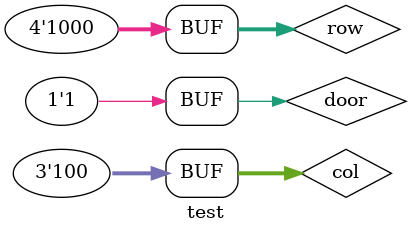
<source format=v>
 `timescale 1ns / 1ps

module test;

reg door;
reg [3:0]row;
reg [2:0]col;
wire [4:0]lights;
wire key_signal;

elock_init uut(
  .door(door),
  .row(row),
  .col(col),
  .lights(lights),
  .key_signal(key_signal));

initial begin
$write("Test bench started \n");
	door = 1;
	
	row = 4'b0000;
	col = 4'b000;
	
	#200;

$write("------------------- Arming ---------------------------------------	 \n");
	row = 4'b0001;
	col = 4'b001;
	
	#200;
	
	row = 4'b0000;
	col = 4'b000;
	
	#200;
	
$write("--------------------Pass key Enter-------------------------------------- \n");
	row = 4'b1000; // 1
	col = 4'b100;

	#200;
	
	row = 4'b0000;
	col = 4'b000;
	
	#200;
		
	row = 4'b1000; // 1
	col = 4'b100;

	#200;
	
	row = 4'b0000;
	col = 4'b000;
	
	#200;
	
	row = 4'b0100; // 5
	col = 4'b010;

	#200;
	
	row = 4'b0000;
	col = 4'b000;
	
	#200;
	
	row = 4'b0100; // 5
	col = 4'b010;

	#200;
	
	row = 4'b0000;
	col = 4'b000;
	
$write("--------------------------door close-------------------------------- \n");
	#200;
	door = 0;
	#500;
	door = 1;
	
$write("----------------------------trying to make alarm go off------------------------------	 \n");
	row = 4'b0000;
	col = 4'b000;
	
	#200;
	
	row = 4'b1000; // 1
	col = 4'b100;

	#200;
	
	row = 4'b0000;
	col = 4'b000;
	
	#200;
		
	row = 4'b1000; // 1
	col = 4'b100;

	#200;
	
	row = 4'b0000;
	col = 4'b000;
	
	#200;
	
	row = 4'b1000; // 1
	col = 4'b100;

	#200;
	
	row = 4'b0000;
	col = 4'b000;
	
	#200;
	
	row = 4'b0100; // 5
	col = 4'b010;

	#200;
	
	row = 4'b0000;
	col = 4'b000;

	#700;
	
	row = 4'b1000; // 1
	col = 4'b100;

	#200;
	
	row = 4'b0000;
	col = 4'b000;
	
	#200;
		
	row = 4'b1000; // 1
	col = 4'b100;

	#200;
	
	row = 4'b0000;
	col = 4'b000;
	
	#200;
	
	row = 4'b1000; // 1
	col = 4'b100;

	#200;
	
	row = 4'b0000;
	col = 4'b000;
	
	#200;
	
	row = 4'b0100; // 5
	col = 4'b010;

	#200;
	
	row = 4'b0000;
	col = 4'b000;

$write("----------------------------trying to unarm after alarm goes off------------------------------		 \n");
	
	#600;
	
	row = 4'b1000; // 1
	col = 4'b100;

	#200;
	
	row = 4'b0000;
	col = 4'b000;
	
	#200;
		
	row = 4'b1000; // 1
	col = 4'b100;

	#200;
	
	row = 4'b0000;
	col = 4'b000;
	
	#200;
	
	row = 4'b0100; // 5
	col = 4'b010;

	#200;
	
	row = 4'b0000;
	col = 4'b000;
	
	#200;
	
	row = 4'b0100; // 5
	col = 4'b010;

	#200;
	
	row = 4'b0000;
	col = 4'b000;
	
	#600;
	
	row = 4'b1000; // 1
	col = 4'b100;

	#200;
	
	row = 4'b0000;
	col = 4'b000;
	
	#200;
		
	row = 4'b1000; // 1
	col = 4'b100;

	#200;
	
	row = 4'b0000;
	col = 4'b000;
	
	#200;
	
	row = 4'b1000; // 1
	col = 4'b100;

	#200;
	
	row = 4'b0000;
	col = 4'b000;
	
	#200;
		
	row = 4'b1000; // 1
	col = 4'b100;

end

endmodule

/*
	row = 4'b0001; // *
	col = 4'b100;

	row = 4'b0001; // #
	col = 4'b001;

	row = 4'b1000; // 1
	col = 4'b100;

	row = 4'b1000; // 2
	col = 4'b010;

	row = 4'b1000; // 3
	col = 4'b001;

	row = 4'b0100; // 4
	col = 4'b100;

	row = 4'b0100; // 5
	col = 4'b010;

	row = 4'b0100; // 6
	col = 4'b001;

	row = 4'b0010; // 7
	col = 4'b100;

	row = 4'b0010; // 8
	col = 4'b010;

	row = 4'b0010; // 9
	col = 4'b001;

	row = 4'b0001; // 0
	col = 4'b010;

*/
</source>
